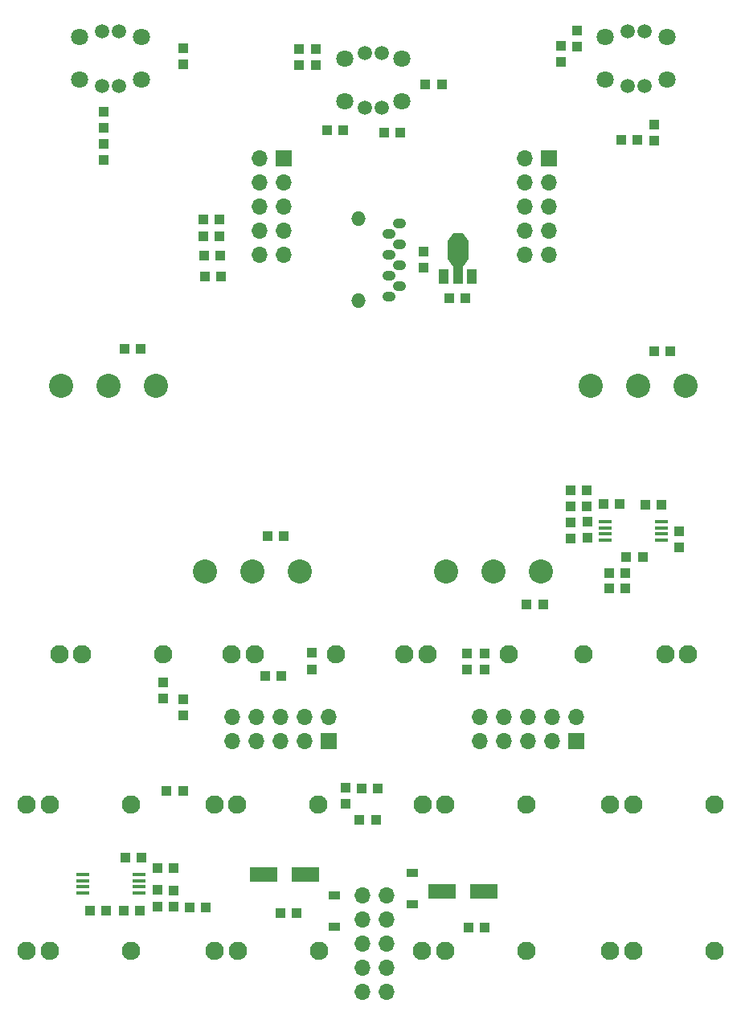
<source format=gbr>
G04 #@! TF.GenerationSoftware,KiCad,Pcbnew,7.0.1-0*
G04 #@! TF.CreationDate,2023-04-05T16:04:36-07:00*
G04 #@! TF.ProjectId,Kit-Trig-Sampler,4b69742d-5472-4696-972d-53616d706c65,rev?*
G04 #@! TF.SameCoordinates,PXb71b00PY73f50f0*
G04 #@! TF.FileFunction,Soldermask,Top*
G04 #@! TF.FilePolarity,Negative*
%FSLAX46Y46*%
G04 Gerber Fmt 4.6, Leading zero omitted, Abs format (unit mm)*
G04 Created by KiCad (PCBNEW 7.0.1-0) date 2023-04-05 16:04:36*
%MOMM*%
%LPD*%
G01*
G04 APERTURE LIST*
G04 Aperture macros list*
%AMOutline4P*
0 Free polygon, 4 corners , with rotation*
0 The origin of the aperture is its center*
0 number of corners: always 4*
0 $1 to $8 corner X, Y*
0 $9 Rotation angle, in degrees counterclockwise*
0 create outline with 4 corners*
4,1,4,$1,$2,$3,$4,$5,$6,$7,$8,$1,$2,$9*%
G04 Aperture macros list end*
%ADD10R,1.000000X1.000000*%
%ADD11R,1.200000X0.900000*%
%ADD12R,1.700000X1.700000*%
%ADD13O,1.700000X1.700000*%
%ADD14R,3.000000X1.600000*%
%ADD15R,1.450000X0.450000*%
%ADD16R,1.000000X1.500000*%
%ADD17R,1.000000X1.800000*%
%ADD18Outline4P,-1.100000X-0.500000X1.100000X-0.500000X0.400000X0.500000X-0.400000X0.500000X180.000000*%
%ADD19R,2.200000X1.840000*%
%ADD20Outline4P,-1.100000X-0.425000X1.100000X-0.425000X0.500000X0.425000X-0.500000X0.425000X0.000000*%
%ADD21C,1.930400*%
%ADD22C,1.800000*%
%ADD23C,1.500000*%
%ADD24O,1.397000X1.092200*%
%ADD25O,1.524000X1.524000*%
%ADD26C,2.540000*%
G04 APERTURE END LIST*
D10*
G04 #@! TO.C,C7*
X49060000Y10330000D03*
X50760000Y10330000D03*
G04 #@! TD*
G04 #@! TO.C,C17*
X31200000Y101210000D03*
X31200000Y102910000D03*
G04 #@! TD*
G04 #@! TO.C,R26*
X33000000Y102910000D03*
X33000000Y101210000D03*
G04 #@! TD*
G04 #@! TO.C,R2*
X50710000Y39230000D03*
X50710000Y37530000D03*
G04 #@! TD*
G04 #@! TO.C,R37*
X59760000Y54710000D03*
X61460000Y54710000D03*
G04 #@! TD*
D11*
G04 #@! TO.C,D2*
X34870000Y10420000D03*
X34870000Y13720000D03*
G04 #@! TD*
D10*
G04 #@! TO.C,R33*
X36050000Y23370000D03*
X36050000Y25070000D03*
G04 #@! TD*
D12*
G04 #@! TO.C,JC1*
X34351978Y30026200D03*
D13*
X34351978Y32566200D03*
X31811978Y30026200D03*
X31811978Y32566200D03*
X29271978Y30026200D03*
X29271978Y32566200D03*
X26731978Y30026200D03*
X26731978Y32566200D03*
X24191978Y30026200D03*
X24191978Y32566200D03*
G04 #@! TD*
D10*
G04 #@! TO.C,R16*
X68600000Y93260000D03*
X68600000Y94960000D03*
G04 #@! TD*
G04 #@! TO.C,C1*
X68620000Y71040000D03*
X70320000Y71040000D03*
G04 #@! TD*
D14*
G04 #@! TO.C,C4*
X46260000Y14130000D03*
X50660000Y14130000D03*
G04 #@! TD*
D10*
G04 #@! TO.C,R5*
X48870000Y39200000D03*
X48870000Y37500000D03*
G04 #@! TD*
G04 #@! TO.C,R14*
X16310000Y14290000D03*
X16310000Y12590000D03*
G04 #@! TD*
G04 #@! TO.C,R25*
X60490000Y104840000D03*
X60490000Y103140000D03*
G04 #@! TD*
G04 #@! TO.C,C15*
X14590000Y17740000D03*
X12890000Y17740000D03*
G04 #@! TD*
G04 #@! TO.C,C19*
X48710000Y76630000D03*
X47010000Y76630000D03*
G04 #@! TD*
G04 #@! TO.C,C20*
X44330000Y81550000D03*
X44330000Y79850000D03*
G04 #@! TD*
D11*
G04 #@! TO.C,D1*
X43160000Y16100000D03*
X43160000Y12800000D03*
G04 #@! TD*
D10*
G04 #@! TO.C,C13*
X69350000Y54880000D03*
X67650000Y54880000D03*
G04 #@! TD*
G04 #@! TO.C,R23*
X44510000Y99160000D03*
X46210000Y99160000D03*
G04 #@! TD*
G04 #@! TO.C,C9*
X27850000Y51610000D03*
X29550000Y51610000D03*
G04 #@! TD*
G04 #@! TO.C,R17*
X37570000Y21730000D03*
X39270000Y21730000D03*
G04 #@! TD*
D15*
G04 #@! TO.C,U1*
X69350000Y51155000D03*
X69350000Y51805000D03*
X69350000Y52455000D03*
X69350000Y53105000D03*
X63450000Y53105000D03*
X63450000Y52455000D03*
X63450000Y51805000D03*
X63450000Y51155000D03*
G04 #@! TD*
D10*
G04 #@! TO.C,R30*
X21080000Y83140000D03*
X22780000Y83140000D03*
G04 #@! TD*
G04 #@! TO.C,R21*
X10600000Y94580000D03*
X10600000Y96280000D03*
G04 #@! TD*
G04 #@! TO.C,R20*
X17250000Y24760000D03*
X18950000Y24760000D03*
G04 #@! TD*
D13*
G04 #@! TO.C,J14*
X37830000Y13770000D03*
X40370000Y13770000D03*
X37830000Y11230000D03*
X40370000Y11230000D03*
X37830000Y8690000D03*
X40370000Y8690000D03*
X37830000Y6150000D03*
X40370000Y6150000D03*
X37830000Y3610000D03*
X40370000Y3610000D03*
G04 #@! TD*
D10*
G04 #@! TO.C,R4*
X16880000Y36160000D03*
X16880000Y34460000D03*
G04 #@! TD*
G04 #@! TO.C,R28*
X21090000Y84970000D03*
X22790000Y84970000D03*
G04 #@! TD*
G04 #@! TO.C,R40*
X65150000Y93320000D03*
X66850000Y93320000D03*
G04 #@! TD*
G04 #@! TO.C,R1*
X71220000Y50390000D03*
X71220000Y52090000D03*
G04 #@! TD*
G04 #@! TO.C,R41*
X10610000Y91170000D03*
X10610000Y92870000D03*
G04 #@! TD*
G04 #@! TO.C,R12*
X17990000Y16580000D03*
X16290000Y16580000D03*
G04 #@! TD*
G04 #@! TO.C,C8*
X30960000Y11900000D03*
X29260000Y11900000D03*
G04 #@! TD*
G04 #@! TO.C,R27*
X19030000Y103000000D03*
X19030000Y101300000D03*
G04 #@! TD*
G04 #@! TO.C,C6*
X63820000Y46070000D03*
X65520000Y46070000D03*
G04 #@! TD*
G04 #@! TO.C,R6*
X27630000Y36880000D03*
X29330000Y36880000D03*
G04 #@! TD*
G04 #@! TO.C,R9*
X59790000Y51360000D03*
X59790000Y53060000D03*
G04 #@! TD*
G04 #@! TO.C,R32*
X21210000Y81110000D03*
X22910000Y81110000D03*
G04 #@! TD*
G04 #@! TO.C,C2*
X12770000Y71290000D03*
X14470000Y71290000D03*
G04 #@! TD*
G04 #@! TO.C,R13*
X12710000Y12100000D03*
X14410000Y12100000D03*
G04 #@! TD*
G04 #@! TO.C,R19*
X34110000Y94320000D03*
X35810000Y94320000D03*
G04 #@! TD*
D14*
G04 #@! TO.C,C5*
X27460000Y15900000D03*
X31860000Y15900000D03*
G04 #@! TD*
D10*
G04 #@! TO.C,C14*
X9170000Y12130000D03*
X10870000Y12130000D03*
G04 #@! TD*
G04 #@! TO.C,R34*
X39490000Y24980000D03*
X37790000Y24980000D03*
G04 #@! TD*
D12*
G04 #@! TO.C,JA1*
X57542000Y91376192D03*
D13*
X55002000Y91376192D03*
X57542000Y88836192D03*
X55002000Y88836192D03*
X57542000Y86296192D03*
X55002000Y86296192D03*
X57542000Y83756192D03*
X55002000Y83756192D03*
X57542000Y81216192D03*
X55002000Y81216192D03*
G04 #@! TD*
D10*
G04 #@! TO.C,R31*
X21300000Y78960000D03*
X23000000Y78960000D03*
G04 #@! TD*
D15*
G04 #@! TO.C,U2*
X14310000Y13985000D03*
X14310000Y14635000D03*
X14310000Y15285000D03*
X14310000Y15935000D03*
X8410000Y15935000D03*
X8410000Y15285000D03*
X8410000Y14635000D03*
X8410000Y13985000D03*
G04 #@! TD*
D10*
G04 #@! TO.C,R7*
X19010000Y32660000D03*
X19010000Y34360000D03*
G04 #@! TD*
D16*
G04 #@! TO.C,U3*
X46410000Y78900000D03*
D17*
X47910000Y79046500D03*
D18*
X47910000Y80303800D03*
D19*
X47910000Y81713500D03*
D20*
X47910000Y83047000D03*
D16*
X49410000Y78900000D03*
G04 #@! TD*
D10*
G04 #@! TO.C,C12*
X64940000Y54950000D03*
X63240000Y54950000D03*
G04 #@! TD*
G04 #@! TO.C,C16*
X58740000Y103210000D03*
X58740000Y101510000D03*
G04 #@! TD*
G04 #@! TO.C,R11*
X61500000Y56380000D03*
X59800000Y56380000D03*
G04 #@! TD*
G04 #@! TO.C,R10*
X63870000Y47690000D03*
X65570000Y47690000D03*
G04 #@! TD*
G04 #@! TO.C,R15*
X19640000Y12470000D03*
X21340000Y12470000D03*
G04 #@! TD*
G04 #@! TO.C,C11*
X17980000Y14230000D03*
X17980000Y12530000D03*
G04 #@! TD*
G04 #@! TO.C,R18*
X41890000Y94110000D03*
X40190000Y94110000D03*
G04 #@! TD*
D12*
G04 #@! TO.C,JB1*
X60352002Y30026200D03*
D13*
X60352002Y32566200D03*
X57812002Y30026200D03*
X57812002Y32566200D03*
X55272002Y30026200D03*
X55272002Y32566200D03*
X52732002Y30026200D03*
X52732002Y32566200D03*
X50192002Y30026200D03*
X50192002Y32566200D03*
G04 #@! TD*
D10*
G04 #@! TO.C,R8*
X67380000Y49400000D03*
X65680000Y49400000D03*
G04 #@! TD*
G04 #@! TO.C,C3*
X61570000Y51420000D03*
X61570000Y53120000D03*
G04 #@! TD*
D12*
G04 #@! TO.C,JD1*
X29541980Y91376192D03*
D13*
X27001980Y91376192D03*
X29541980Y88836192D03*
X27001980Y88836192D03*
X29541980Y86296192D03*
X27001980Y86296192D03*
X29541980Y83756192D03*
X27001980Y83756192D03*
X29541980Y81216192D03*
X27001980Y81216192D03*
G04 #@! TD*
D10*
G04 #@! TO.C,R3*
X32530000Y39270000D03*
X32530000Y37570000D03*
G04 #@! TD*
G04 #@! TO.C,C10*
X55180000Y44410000D03*
X56880000Y44410000D03*
G04 #@! TD*
D21*
G04 #@! TO.C,J10*
X55164000Y23332764D03*
X44191200Y23332764D03*
X46604200Y23332764D03*
G04 #@! TD*
D22*
G04 #@! TO.C,Bank_But1*
X69950000Y104132764D03*
X63450000Y104132764D03*
X69950000Y99632764D03*
X63450000Y99632764D03*
D23*
X67600000Y104782764D03*
X65800000Y104782764D03*
X65800000Y98982764D03*
X67600000Y98982764D03*
G04 #@! TD*
D24*
G04 #@! TO.C,SD1*
X40630000Y76850249D03*
X41729820Y77950069D03*
X40630000Y79050143D03*
X41729820Y80149963D03*
X40630000Y81250037D03*
X41729820Y82349857D03*
X40630000Y83449931D03*
X41729820Y84549751D03*
D25*
X37460080Y76407400D03*
X37460080Y84992600D03*
G04 #@! TD*
D26*
G04 #@! TO.C,POT_LENGTH1*
X31300000Y47866000D03*
X26300000Y47866000D03*
X21300000Y47866000D03*
G04 #@! TD*
D21*
G04 #@! TO.C,J2*
X35057000Y39132764D03*
X24084200Y39132764D03*
X26497200Y39132764D03*
G04 #@! TD*
D26*
G04 #@! TO.C,POT_PITCH1*
X71900000Y67453764D03*
X66900000Y67453764D03*
X61900000Y67453764D03*
G04 #@! TD*
D21*
G04 #@! TO.C,J7*
X33277000Y7907764D03*
X22304200Y7907764D03*
X24717200Y7907764D03*
G04 #@! TD*
G04 #@! TO.C,J6*
X13482000Y23332764D03*
X2509200Y23332764D03*
X4922200Y23332764D03*
G04 #@! TD*
G04 #@! TO.C,J4*
X61193000Y39132764D03*
X72165800Y39132764D03*
X69752800Y39132764D03*
G04 #@! TD*
D22*
G04 #@! TO.C,REV_BUT1*
X14550000Y104132764D03*
X8050000Y104132764D03*
X14550000Y99632764D03*
X8050000Y99632764D03*
D23*
X12200000Y104782764D03*
X10400000Y104782764D03*
X10400000Y98982764D03*
X12200000Y98982764D03*
G04 #@! TD*
D21*
G04 #@! TO.C,J5*
X13482000Y7907764D03*
X2509200Y7907764D03*
X4922200Y7907764D03*
G04 #@! TD*
G04 #@! TO.C,J9*
X55137000Y7907764D03*
X44164200Y7907764D03*
X46577200Y7907764D03*
G04 #@! TD*
G04 #@! TO.C,J8*
X74932000Y23332764D03*
X63959200Y23332764D03*
X66372200Y23332764D03*
G04 #@! TD*
G04 #@! TO.C,J1*
X53282000Y39132764D03*
X42309200Y39132764D03*
X44722200Y39132764D03*
G04 #@! TD*
G04 #@! TO.C,J11*
X74932000Y7907764D03*
X63959200Y7907764D03*
X66372200Y7907764D03*
G04 #@! TD*
G04 #@! TO.C,J13*
X33250000Y23332764D03*
X22277200Y23332764D03*
X24690200Y23332764D03*
G04 #@! TD*
D26*
G04 #@! TO.C,POT_START1*
X56700000Y47821681D03*
X51700000Y47821681D03*
X46700000Y47821681D03*
G04 #@! TD*
D22*
G04 #@! TO.C,PLAY_BUT1*
X41996000Y101857764D03*
X36004000Y101857764D03*
X41996000Y97357764D03*
X36004000Y97357764D03*
D23*
X39900000Y102507764D03*
X38100000Y102507764D03*
X38100000Y96707764D03*
X39900000Y96707764D03*
G04 #@! TD*
D26*
G04 #@! TO.C,POT_SAMP1*
X16100000Y67453764D03*
X11100000Y67453764D03*
X6100000Y67453764D03*
G04 #@! TD*
D21*
G04 #@! TO.C,J3*
X16882000Y39132764D03*
X5909200Y39132764D03*
X8322200Y39132764D03*
G04 #@! TD*
M02*

</source>
